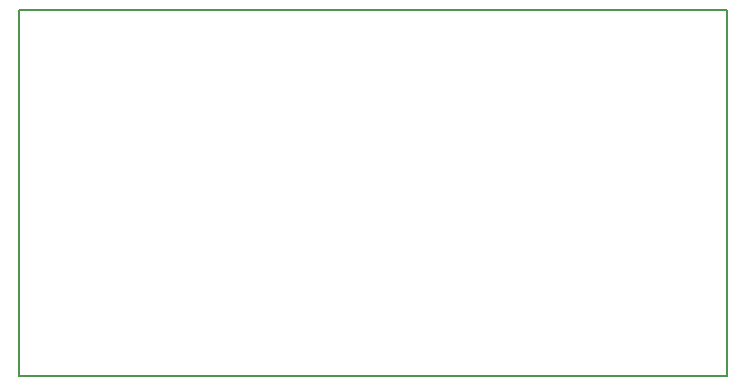
<source format=gko>
G04 Layer_Color=16711935*
%FSLAX44Y44*%
%MOMM*%
G71*
G01*
G75*
%ADD103C,0.1500*%
D103*
X600000Y0D02*
Y310000D01*
X0Y0D02*
X600000D01*
X0D02*
Y310000D01*
X600000D01*
M02*

</source>
